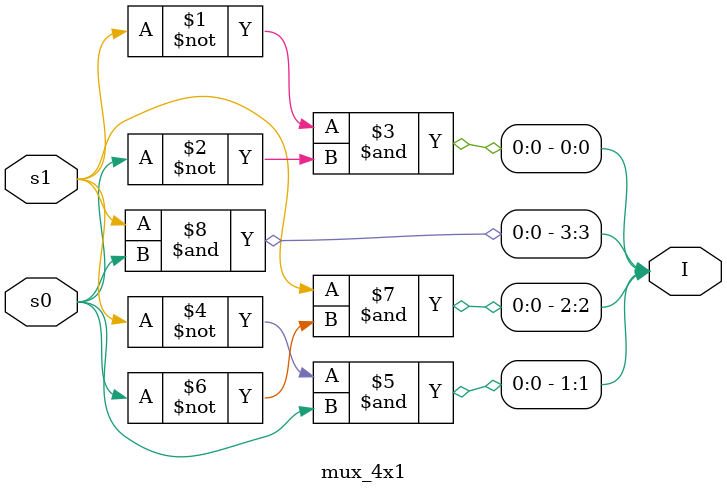
<source format=v>
module mux_4x1(I,s1,s0);
input s1,s0;
output [3:0] I;
assign I[0] = ~s1 & ~s0;
assign I[1] = ~s1 & s0;
assign I[2] = s1 & ~s0;
assign I[3] = s1 & s0;
endmodule

</source>
